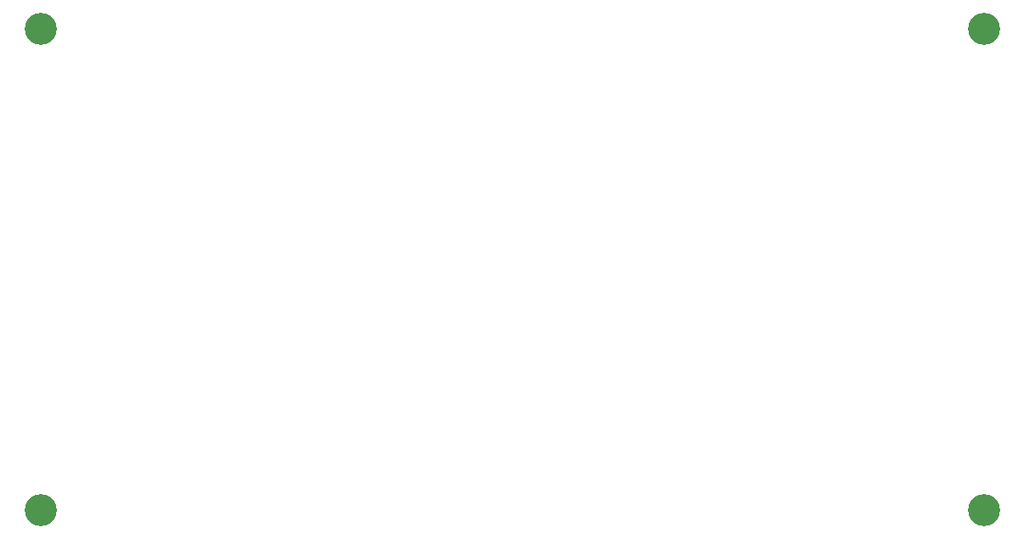
<source format=gbr>
%TF.GenerationSoftware,KiCad,Pcbnew,8.0.8*%
%TF.CreationDate,2025-02-16T23:15:15+09:00*%
%TF.ProjectId,macro,6d616372-6f2e-46b6-9963-61645f706362,rev?*%
%TF.SameCoordinates,Original*%
%TF.FileFunction,Soldermask,Bot*%
%TF.FilePolarity,Negative*%
%FSLAX46Y46*%
G04 Gerber Fmt 4.6, Leading zero omitted, Abs format (unit mm)*
G04 Created by KiCad (PCBNEW 8.0.8) date 2025-02-16 23:15:15*
%MOMM*%
%LPD*%
G01*
G04 APERTURE LIST*
%ADD10C,3.200000*%
G04 APERTURE END LIST*
D10*
X38000000Y-92000000D03*
X132000000Y-92000000D03*
X132000000Y-44000000D03*
X38000000Y-44000000D03*
M02*

</source>
